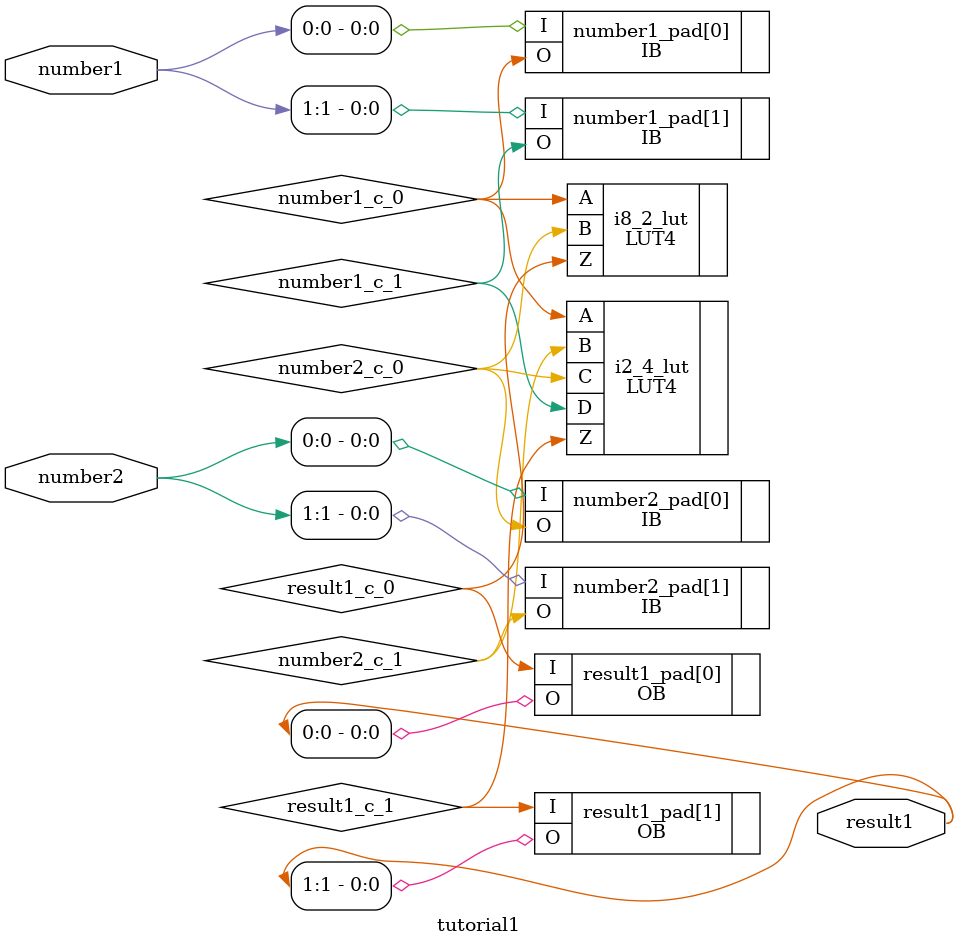
<source format=v>


module tutorial1 (number1, number2, result1);   /* synthesis lineinfo="@2(9[8],9[17])"*/
    input [1:0]number1;   /* synthesis lineinfo="@2(11[3],11[10])"*/
    input [1:0]number2;   /* synthesis lineinfo="@2(12[3],12[10])"*/
    output [1:0]result1;   /* synthesis lineinfo="@2(13[3],13[10])"*/
    
    
    wire VCC_net, number1_c_1, number1_c_0, number2_c_1, number2_c_0, 
        result1_c_1, result1_c_0, GND_net;
    
    VLO i40 (.Z(GND_net));
    LUT4 i8_2_lut (.A(number1_c_0), .B(number2_c_0), .Z(result1_c_0)) /* synthesis lut_function=(!(A (B)+!A !(B))) */ ;   /* synthesis lineinfo="@2(21[29],21[46])"*/
    defparam i8_2_lut.INIT = "0x6666";
    IB \number2_pad[0]  (.I(number2[0]), .O(number2_c_0));   /* synthesis lineinfo="@2(12[3],12[10])"*/
    IB \number1_pad[0]  (.I(number1[0]), .O(number1_c_0));   /* synthesis lineinfo="@2(11[3],11[10])"*/
    LUT4 i2_4_lut (.A(number1_c_0), .B(number2_c_1), .C(number2_c_0), 
         .D(number1_c_1), .Z(result1_c_1)) /* synthesis lut_function=(A (B (C (D)+!C !(D))+!B !(C (D)+!C !(D)))+!A !(B (D)+!B !(D))) */ ;   /* synthesis lineinfo="@2(21[29],21[46])"*/
    defparam i2_4_lut.INIT = "0x936c";
    IB \number1_pad[1]  (.I(number1[1]), .O(number1_c_1));   /* synthesis lineinfo="@2(11[3],11[10])"*/
    OB \result1_pad[0]  (.I(result1_c_0), .O(result1[0]));   /* synthesis lineinfo="@2(13[3],13[10])"*/
    OB \result1_pad[1]  (.I(result1_c_1), .O(result1[1]));   /* synthesis lineinfo="@2(13[3],13[10])"*/
    IB \number2_pad[1]  (.I(number2[1]), .O(number2_c_1));   /* synthesis lineinfo="@2(12[3],12[10])"*/
    VHI i41 (.Z(VCC_net));
    
endmodule

</source>
